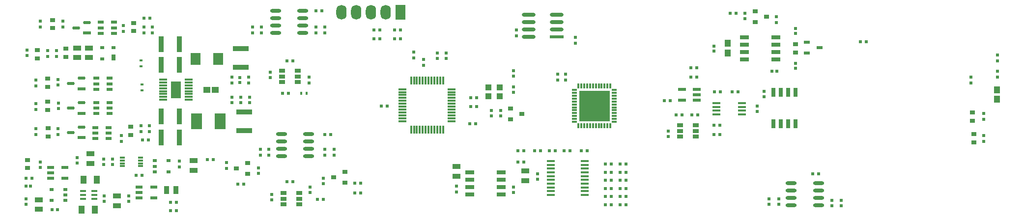
<source format=gtp>
G04*
G04 #@! TF.GenerationSoftware,Altium Limited,Altium Designer,24.2.2 (26)*
G04*
G04 Layer_Color=8421504*
%FSLAX25Y25*%
%MOIN*%
G70*
G04*
G04 #@! TF.SameCoordinates,259A4400-9820-475F-8ACA-24378C9DBAE9*
G04*
G04*
G04 #@! TF.FilePolarity,Positive*
G04*
G01*
G75*
%ADD18R,0.01181X0.03347*%
%ADD19R,0.03347X0.01181*%
%ADD20R,0.20669X0.20669*%
%ADD21R,0.02362X0.01968*%
%ADD22R,0.01968X0.02362*%
%ADD23R,0.05807X0.01772*%
%ADD24R,0.05807X0.01181*%
%ADD25R,0.01181X0.05807*%
%ADD26O,0.07000X0.10000*%
%ADD27R,0.07000X0.10000*%
%ADD28R,0.04331X0.03937*%
%ADD29R,0.03543X0.03150*%
%ADD30R,0.07539X0.10984*%
%ADD31R,0.11102X0.03189*%
%ADD32R,0.03189X0.11102*%
%ADD33R,0.02165X0.01772*%
%ADD34R,0.02756X0.03937*%
%ADD35R,0.02756X0.02362*%
%ADD36R,0.06902X0.11602*%
%ADD37R,0.05610X0.01181*%
%ADD38R,0.07087X0.07874*%
%ADD39R,0.05630X0.03701*%
%ADD40R,0.02559X0.05906*%
%ADD41R,0.05610X0.01772*%
%ADD42R,0.03937X0.02165*%
%ADD43R,0.04331X0.05512*%
%ADD44R,0.01772X0.02165*%
%ADD45R,0.03543X0.03150*%
%ADD46O,0.07480X0.02362*%
%ADD47R,0.04181X0.02559*%
%ADD48R,0.05512X0.02362*%
%ADD49R,0.04724X0.02362*%
%ADD50R,0.03937X0.01575*%
%ADD51R,0.05906X0.02559*%
%ADD52R,0.02284X0.02126*%
%ADD53R,0.03701X0.05630*%
%ADD54R,0.03985X0.04942*%
%ADD55R,0.02165X0.02165*%
G04:AMPARAMS|DCode=56|XSize=53.49mil|YSize=23.1mil|CornerRadius=11.55mil|HoleSize=0mil|Usage=FLASHONLY|Rotation=180.000|XOffset=0mil|YOffset=0mil|HoleType=Round|Shape=RoundedRectangle|*
%AMROUNDEDRECTD56*
21,1,0.05349,0.00000,0,0,180.0*
21,1,0.03039,0.02310,0,0,180.0*
1,1,0.02310,-0.01519,0.00000*
1,1,0.02310,0.01519,0.00000*
1,1,0.02310,0.01519,0.00000*
1,1,0.02310,-0.01519,0.00000*
%
%ADD56ROUNDEDRECTD56*%
%ADD57R,0.05349X0.02310*%
%ADD58R,0.03150X0.02165*%
%ADD59R,0.02254X0.02423*%
%ADD60R,0.04134X0.02362*%
%ADD61R,0.05100X0.03985*%
%ADD62R,0.02423X0.02254*%
G04:AMPARAMS|DCode=63|XSize=93.59mil|YSize=24.49mil|CornerRadius=12.25mil|HoleSize=0mil|Usage=FLASHONLY|Rotation=180.000|XOffset=0mil|YOffset=0mil|HoleType=Round|Shape=RoundedRectangle|*
%AMROUNDEDRECTD63*
21,1,0.09359,0.00000,0,0,180.0*
21,1,0.06909,0.02449,0,0,180.0*
1,1,0.02449,-0.03455,0.00000*
1,1,0.02449,0.03455,0.00000*
1,1,0.02449,0.03455,0.00000*
1,1,0.02449,-0.03455,0.00000*
%
%ADD63ROUNDEDRECTD63*%
%ADD64R,0.09359X0.02449*%
D18*
X431827Y77583D02*
D03*
X429858D02*
D03*
X427890D02*
D03*
X425921D02*
D03*
X423953D02*
D03*
X421984D02*
D03*
X420016D02*
D03*
X418047D02*
D03*
X416079D02*
D03*
X414110D02*
D03*
X412142D02*
D03*
X410173D02*
D03*
Y50417D02*
D03*
X412142D02*
D03*
X414110D02*
D03*
X416079D02*
D03*
X418047D02*
D03*
X420016D02*
D03*
X421984D02*
D03*
X423953D02*
D03*
X425921D02*
D03*
X427890D02*
D03*
X429858D02*
D03*
X431827D02*
D03*
D19*
X407417Y74827D02*
D03*
Y72858D02*
D03*
Y70890D02*
D03*
Y68921D02*
D03*
Y66953D02*
D03*
Y64984D02*
D03*
Y63016D02*
D03*
Y61047D02*
D03*
Y59079D02*
D03*
Y57110D02*
D03*
Y55142D02*
D03*
Y53173D02*
D03*
X434583D02*
D03*
Y55142D02*
D03*
Y57110D02*
D03*
Y59079D02*
D03*
Y61047D02*
D03*
Y63016D02*
D03*
Y64984D02*
D03*
Y66953D02*
D03*
Y68921D02*
D03*
Y70890D02*
D03*
Y72858D02*
D03*
Y74827D02*
D03*
X113201Y23047D02*
D03*
Y25016D02*
D03*
Y26984D02*
D03*
Y28953D02*
D03*
X100799D02*
D03*
Y26984D02*
D03*
Y25016D02*
D03*
Y23047D02*
D03*
D20*
X421000Y64000D02*
D03*
D21*
X271532Y109500D02*
D03*
X275468D02*
D03*
X340469Y52000D02*
D03*
X336531D02*
D03*
X340968Y63500D02*
D03*
X337032D02*
D03*
X276532Y64000D02*
D03*
X280469D02*
D03*
X337032Y69500D02*
D03*
X340968D02*
D03*
X216500Y12500D02*
D03*
X212563D02*
D03*
X487032Y58000D02*
D03*
X490969D02*
D03*
X480469Y58000D02*
D03*
X476532D02*
D03*
X502032Y44500D02*
D03*
X505969D02*
D03*
X432469Y-3000D02*
D03*
X428532D02*
D03*
X212531Y94500D02*
D03*
X216469D02*
D03*
X213500Y72500D02*
D03*
X209563D02*
D03*
X237000Y500D02*
D03*
X233063D02*
D03*
X113969Y17000D02*
D03*
X110031D02*
D03*
X432469Y2500D02*
D03*
X428532D02*
D03*
X572968Y18000D02*
D03*
X569031D02*
D03*
X518469Y73500D02*
D03*
X514532D02*
D03*
X502063Y51000D02*
D03*
X506000D02*
D03*
X118437Y41000D02*
D03*
X114500D02*
D03*
X137469Y-1500D02*
D03*
X133531D02*
D03*
X428532Y24500D02*
D03*
X432469D02*
D03*
X428532Y19000D02*
D03*
X432469D02*
D03*
X438531Y8000D02*
D03*
X442469D02*
D03*
X428532D02*
D03*
X432469D02*
D03*
X428532Y13500D02*
D03*
X432469D02*
D03*
X438531Y19000D02*
D03*
X442469D02*
D03*
X438531Y13500D02*
D03*
X442469D02*
D03*
X438531Y24500D02*
D03*
X442469D02*
D03*
X242000Y44500D02*
D03*
X238063D02*
D03*
X158531Y27500D02*
D03*
X162469D02*
D03*
X35531Y15000D02*
D03*
X39469D02*
D03*
X235968Y128500D02*
D03*
X232031D02*
D03*
X369032Y26000D02*
D03*
X372969D02*
D03*
X369032Y33500D02*
D03*
X372969D02*
D03*
X400531D02*
D03*
X404468D02*
D03*
X390531D02*
D03*
X394468D02*
D03*
X380563Y33500D02*
D03*
X384500D02*
D03*
X285563Y109500D02*
D03*
X289500D02*
D03*
X275437Y115500D02*
D03*
X271500D02*
D03*
X415969Y33500D02*
D03*
X412032D02*
D03*
X468532Y67500D02*
D03*
X472469D02*
D03*
X115500Y123500D02*
D03*
X119437D02*
D03*
X53000Y-6500D02*
D03*
X56937D02*
D03*
X289469Y115500D02*
D03*
X285531D02*
D03*
X442469Y-3000D02*
D03*
X438531D02*
D03*
X262469Y5000D02*
D03*
X258531D02*
D03*
X262469Y11500D02*
D03*
X258531D02*
D03*
X486531Y90000D02*
D03*
X490469D02*
D03*
X490469Y83500D02*
D03*
X486531D02*
D03*
X442469Y2500D02*
D03*
X438531D02*
D03*
X137469Y-7000D02*
D03*
X133531D02*
D03*
X601532Y107500D02*
D03*
X605469D02*
D03*
X179063Y11000D02*
D03*
X183000D02*
D03*
X513031Y127000D02*
D03*
X516968D02*
D03*
X506468Y73500D02*
D03*
X502531D02*
D03*
D22*
X366000Y5032D02*
D03*
Y8969D02*
D03*
X305000Y95500D02*
D03*
Y91563D02*
D03*
X357500Y60969D02*
D03*
Y57032D02*
D03*
X351000Y60969D02*
D03*
Y57032D02*
D03*
X366000Y87968D02*
D03*
Y84031D02*
D03*
X366000Y73032D02*
D03*
Y76968D02*
D03*
X471000Y43031D02*
D03*
Y46968D02*
D03*
X298500Y96500D02*
D03*
Y100437D02*
D03*
X320500Y99968D02*
D03*
Y96031D02*
D03*
X314500Y99968D02*
D03*
Y96031D02*
D03*
X201000Y83031D02*
D03*
Y86968D02*
D03*
X228000Y5032D02*
D03*
Y8969D02*
D03*
X582000Y-3968D02*
D03*
Y-32D02*
D03*
X94000Y24032D02*
D03*
Y27968D02*
D03*
X70000Y25032D02*
D03*
Y28969D02*
D03*
X119000Y46500D02*
D03*
Y50437D02*
D03*
X100000Y40000D02*
D03*
Y43937D02*
D03*
X50000Y97531D02*
D03*
Y101469D02*
D03*
X382500Y14063D02*
D03*
Y18000D02*
D03*
X88500Y2968D02*
D03*
Y-969D02*
D03*
X139500Y26469D02*
D03*
Y22532D02*
D03*
X121000Y117500D02*
D03*
Y113563D02*
D03*
X105000Y2968D02*
D03*
Y-969D02*
D03*
X200000Y30531D02*
D03*
Y34468D02*
D03*
X194500Y34468D02*
D03*
Y30531D02*
D03*
X189000Y117469D02*
D03*
Y113531D02*
D03*
X195000Y113531D02*
D03*
Y117469D02*
D03*
X232000Y117469D02*
D03*
Y113531D02*
D03*
X238000Y113563D02*
D03*
Y117500D02*
D03*
X244500Y34468D02*
D03*
Y30531D02*
D03*
X238000Y30531D02*
D03*
Y34468D02*
D03*
X368000Y111531D02*
D03*
Y115469D02*
D03*
X396000Y81532D02*
D03*
Y85469D02*
D03*
X401500Y81532D02*
D03*
Y85469D02*
D03*
X327500Y9437D02*
D03*
Y5500D02*
D03*
X694500Y83531D02*
D03*
Y87468D02*
D03*
X536000Y73968D02*
D03*
Y70031D02*
D03*
X101500Y118468D02*
D03*
Y114532D02*
D03*
X57000Y48469D02*
D03*
Y44532D02*
D03*
X685000Y55000D02*
D03*
Y58937D02*
D03*
Y43937D02*
D03*
Y40000D02*
D03*
X57500Y65969D02*
D03*
Y62032D02*
D03*
X57000Y81968D02*
D03*
Y78031D02*
D03*
X408000Y106532D02*
D03*
Y110468D02*
D03*
X588500Y-3968D02*
D03*
Y-32D02*
D03*
X237000Y11032D02*
D03*
Y14968D02*
D03*
X202000Y32D02*
D03*
Y3968D02*
D03*
X227500Y83500D02*
D03*
Y79563D02*
D03*
X546000Y969D02*
D03*
Y-2968D02*
D03*
X539500Y-2937D02*
D03*
Y1000D02*
D03*
X531500Y60031D02*
D03*
Y63968D02*
D03*
X115500Y117469D02*
D03*
Y113531D02*
D03*
X694500Y98469D02*
D03*
Y94532D02*
D03*
X676500Y79563D02*
D03*
Y83500D02*
D03*
X113500Y46500D02*
D03*
Y50437D02*
D03*
X175000Y79532D02*
D03*
Y83469D02*
D03*
X175000Y69968D02*
D03*
Y66031D02*
D03*
X193000Y21969D02*
D03*
Y18032D02*
D03*
X523000Y123031D02*
D03*
Y126969D02*
D03*
X171500Y21563D02*
D03*
Y25500D02*
D03*
X35500Y-2968D02*
D03*
Y969D02*
D03*
X544500Y124469D02*
D03*
Y120531D02*
D03*
X45000Y22063D02*
D03*
Y26000D02*
D03*
X88000Y24032D02*
D03*
Y27968D02*
D03*
X60500Y121468D02*
D03*
Y117532D02*
D03*
X187000Y66031D02*
D03*
Y69968D02*
D03*
X186500Y83469D02*
D03*
Y79532D02*
D03*
X56000Y101469D02*
D03*
Y97531D02*
D03*
X36000Y98032D02*
D03*
Y101969D02*
D03*
X42000Y77531D02*
D03*
Y81468D02*
D03*
X42000Y65469D02*
D03*
Y61532D02*
D03*
Y48469D02*
D03*
Y44532D02*
D03*
X45000Y121468D02*
D03*
Y117532D02*
D03*
D23*
X414567Y26516D02*
D03*
Y23957D02*
D03*
Y21398D02*
D03*
Y18839D02*
D03*
Y16280D02*
D03*
Y13721D02*
D03*
Y11161D02*
D03*
Y8602D02*
D03*
Y6043D02*
D03*
Y3484D02*
D03*
X391433D02*
D03*
Y6043D02*
D03*
Y8602D02*
D03*
Y11161D02*
D03*
Y13721D02*
D03*
Y16280D02*
D03*
Y18839D02*
D03*
Y21398D02*
D03*
Y23957D02*
D03*
Y26516D02*
D03*
D24*
X290815Y53673D02*
D03*
Y55642D02*
D03*
Y57610D02*
D03*
Y59579D02*
D03*
Y61547D02*
D03*
Y63516D02*
D03*
Y65484D02*
D03*
Y67453D02*
D03*
Y69421D02*
D03*
Y71390D02*
D03*
Y73358D02*
D03*
Y75327D02*
D03*
X324185D02*
D03*
Y73358D02*
D03*
Y71390D02*
D03*
Y69421D02*
D03*
Y67453D02*
D03*
Y65484D02*
D03*
Y63516D02*
D03*
Y61547D02*
D03*
Y59579D02*
D03*
Y57610D02*
D03*
Y55642D02*
D03*
Y53673D02*
D03*
D25*
X296673Y81185D02*
D03*
X298642D02*
D03*
X300610D02*
D03*
X302579D02*
D03*
X304547D02*
D03*
X306516D02*
D03*
X308484D02*
D03*
X310453D02*
D03*
X312421D02*
D03*
X314390D02*
D03*
X316358D02*
D03*
X318327D02*
D03*
Y47815D02*
D03*
X316358D02*
D03*
X314390D02*
D03*
X312421D02*
D03*
X310453D02*
D03*
X308484D02*
D03*
X306516D02*
D03*
X304547D02*
D03*
X302579D02*
D03*
X300610D02*
D03*
X298642D02*
D03*
X296673D02*
D03*
D26*
X249500Y127500D02*
D03*
X259500D02*
D03*
X269500D02*
D03*
X279500D02*
D03*
D27*
X289500D02*
D03*
D28*
X349260Y76453D02*
D03*
Y70547D02*
D03*
X356740Y76453D02*
D03*
Y70547D02*
D03*
D29*
X371937Y58500D02*
D03*
X364063Y54760D02*
D03*
Y62240D02*
D03*
X251937Y11760D02*
D03*
Y19240D02*
D03*
X244063Y15500D02*
D03*
X530063Y128240D02*
D03*
Y120760D02*
D03*
X537937Y124500D02*
D03*
X185937Y17760D02*
D03*
Y25240D02*
D03*
X178063Y21500D02*
D03*
D30*
X167022Y53500D02*
D03*
X150978D02*
D03*
D31*
X183500Y59799D02*
D03*
Y47201D02*
D03*
X181000Y90201D02*
D03*
Y102799D02*
D03*
D32*
X139598Y57000D02*
D03*
X127000D02*
D03*
X139598Y42500D02*
D03*
X127000D02*
D03*
X139598Y106000D02*
D03*
X127000D02*
D03*
X139598Y92000D02*
D03*
X127000D02*
D03*
D33*
X114000Y78370D02*
D03*
Y74630D02*
D03*
X113500Y94740D02*
D03*
Y91000D02*
D03*
D34*
X94874Y96787D02*
D03*
D35*
Y103480D02*
D03*
X87000D02*
D03*
Y96000D02*
D03*
D36*
X137000Y75000D02*
D03*
D37*
X145709Y81890D02*
D03*
Y79921D02*
D03*
Y77953D02*
D03*
Y75984D02*
D03*
Y74016D02*
D03*
Y72047D02*
D03*
Y70079D02*
D03*
Y68110D02*
D03*
X128291D02*
D03*
Y70079D02*
D03*
Y72047D02*
D03*
Y74016D02*
D03*
Y75984D02*
D03*
Y77953D02*
D03*
Y79921D02*
D03*
Y81890D02*
D03*
D38*
X150323Y96000D02*
D03*
X165677D02*
D03*
D39*
X78000Y96772D02*
D03*
Y103228D02*
D03*
X70000Y96772D02*
D03*
Y103228D02*
D03*
X327500Y16272D02*
D03*
Y22728D02*
D03*
X374000Y13272D02*
D03*
Y19728D02*
D03*
X97000Y-3728D02*
D03*
Y2728D02*
D03*
X149000Y20272D02*
D03*
Y26728D02*
D03*
X79000Y31457D02*
D03*
Y25000D02*
D03*
X44000Y-6228D02*
D03*
Y228D02*
D03*
D40*
X542500Y51870D02*
D03*
X547500D02*
D03*
X552500D02*
D03*
X557500D02*
D03*
Y73130D02*
D03*
X552500D02*
D03*
X547500D02*
D03*
X542500D02*
D03*
D41*
X521209Y58161D02*
D03*
Y60720D02*
D03*
Y63279D02*
D03*
Y65839D02*
D03*
X503791D02*
D03*
Y63279D02*
D03*
Y60720D02*
D03*
Y58161D02*
D03*
D42*
X82472Y49240D02*
D03*
Y45500D02*
D03*
Y41760D02*
D03*
X91528D02*
D03*
Y45500D02*
D03*
Y49240D02*
D03*
X92028Y66240D02*
D03*
Y62500D02*
D03*
Y58760D02*
D03*
X82972D02*
D03*
Y62500D02*
D03*
Y66240D02*
D03*
X95028Y120740D02*
D03*
Y117000D02*
D03*
Y113260D02*
D03*
X85972D02*
D03*
Y117000D02*
D03*
Y120740D02*
D03*
X92028Y82740D02*
D03*
Y79000D02*
D03*
Y75260D02*
D03*
X82972D02*
D03*
Y79000D02*
D03*
Y82740D02*
D03*
D43*
X83528Y14000D02*
D03*
X74472D02*
D03*
X82028Y-6500D02*
D03*
X72972D02*
D03*
D44*
X222130Y72500D02*
D03*
X225870D02*
D03*
D45*
X43000Y101756D02*
D03*
Y96244D02*
D03*
X108500Y120256D02*
D03*
Y114744D02*
D03*
X36500Y27256D02*
D03*
Y21744D02*
D03*
X53500Y122256D02*
D03*
Y116744D02*
D03*
X557500Y100244D02*
D03*
Y105756D02*
D03*
X106500Y44244D02*
D03*
Y49756D02*
D03*
X677500Y54000D02*
D03*
Y59512D02*
D03*
X678500Y44756D02*
D03*
Y39244D02*
D03*
X62500Y102756D02*
D03*
Y97244D02*
D03*
X50500Y48756D02*
D03*
Y43244D02*
D03*
X50000Y66756D02*
D03*
Y61244D02*
D03*
X50000Y82512D02*
D03*
Y77000D02*
D03*
D46*
X573004Y-3500D02*
D03*
Y1500D02*
D03*
Y6500D02*
D03*
Y11500D02*
D03*
X554500Y-3500D02*
D03*
Y1500D02*
D03*
Y6500D02*
D03*
Y11500D02*
D03*
X208748Y45000D02*
D03*
Y40000D02*
D03*
Y35000D02*
D03*
Y30000D02*
D03*
X227252Y45000D02*
D03*
Y40000D02*
D03*
Y35000D02*
D03*
Y30000D02*
D03*
X204748Y128500D02*
D03*
Y123500D02*
D03*
Y118500D02*
D03*
Y113500D02*
D03*
X223252Y128500D02*
D03*
Y123500D02*
D03*
Y118500D02*
D03*
Y113500D02*
D03*
D47*
X210209Y4740D02*
D03*
Y1000D02*
D03*
Y-2740D02*
D03*
X220791D02*
D03*
Y1000D02*
D03*
Y4740D02*
D03*
X489791Y43260D02*
D03*
Y47000D02*
D03*
Y50740D02*
D03*
X479209D02*
D03*
Y47000D02*
D03*
Y43260D02*
D03*
X209209Y80260D02*
D03*
Y84000D02*
D03*
Y87740D02*
D03*
X219791D02*
D03*
Y84000D02*
D03*
Y80260D02*
D03*
D48*
X490421Y67760D02*
D03*
Y71500D02*
D03*
Y75240D02*
D03*
X480579D02*
D03*
Y67760D02*
D03*
D49*
X52079Y22240D02*
D03*
Y18500D02*
D03*
Y14760D02*
D03*
X61921D02*
D03*
Y22240D02*
D03*
X112157Y9000D02*
D03*
Y5260D02*
D03*
Y1520D02*
D03*
X122000D02*
D03*
Y9000D02*
D03*
D50*
X81740Y941D02*
D03*
Y3500D02*
D03*
Y6059D02*
D03*
X74260D02*
D03*
Y3500D02*
D03*
Y941D02*
D03*
D51*
X336370Y19000D02*
D03*
Y14000D02*
D03*
Y9000D02*
D03*
Y4000D02*
D03*
X357630D02*
D03*
Y9000D02*
D03*
Y14000D02*
D03*
Y19000D02*
D03*
X522870Y110500D02*
D03*
Y105500D02*
D03*
Y100500D02*
D03*
Y95500D02*
D03*
X544130D02*
D03*
Y100500D02*
D03*
Y105500D02*
D03*
Y110500D02*
D03*
D52*
X35465Y9500D02*
D03*
X38535D02*
D03*
D53*
X130772Y7000D02*
D03*
X137228D02*
D03*
D54*
X694000Y68500D02*
D03*
Y75000D02*
D03*
X511500Y106500D02*
D03*
Y100000D02*
D03*
D55*
X180500Y83272D02*
D03*
Y79728D02*
D03*
X181000Y66228D02*
D03*
Y69772D02*
D03*
D56*
X65703Y79102D02*
D03*
X73000Y82705D02*
D03*
X65851Y62500D02*
D03*
X73149Y66102D02*
D03*
X65851Y46000D02*
D03*
X73149Y49602D02*
D03*
X69352Y117000D02*
D03*
X76648Y120602D02*
D03*
D57*
X73000Y75500D02*
D03*
X73149Y58898D02*
D03*
Y42398D02*
D03*
X76648Y113398D02*
D03*
D58*
X132224Y26740D02*
D03*
Y19260D02*
D03*
X122776D02*
D03*
Y23000D02*
D03*
Y26740D02*
D03*
X52776Y-240D02*
D03*
Y7240D02*
D03*
X62224D02*
D03*
Y3500D02*
D03*
Y-240D02*
D03*
D59*
X502000Y104687D02*
D03*
Y101313D02*
D03*
X557500Y116687D02*
D03*
Y113313D02*
D03*
Y89500D02*
D03*
Y92874D02*
D03*
D60*
X565169Y107240D02*
D03*
Y99760D02*
D03*
X573831Y103500D02*
D03*
D61*
X163916Y75000D02*
D03*
X158084D02*
D03*
D62*
X541500Y87500D02*
D03*
X544874D02*
D03*
D63*
X376464Y111000D02*
D03*
Y116000D02*
D03*
Y121000D02*
D03*
Y126000D02*
D03*
X395500D02*
D03*
Y121000D02*
D03*
Y116000D02*
D03*
D64*
Y111000D02*
D03*
M02*

</source>
